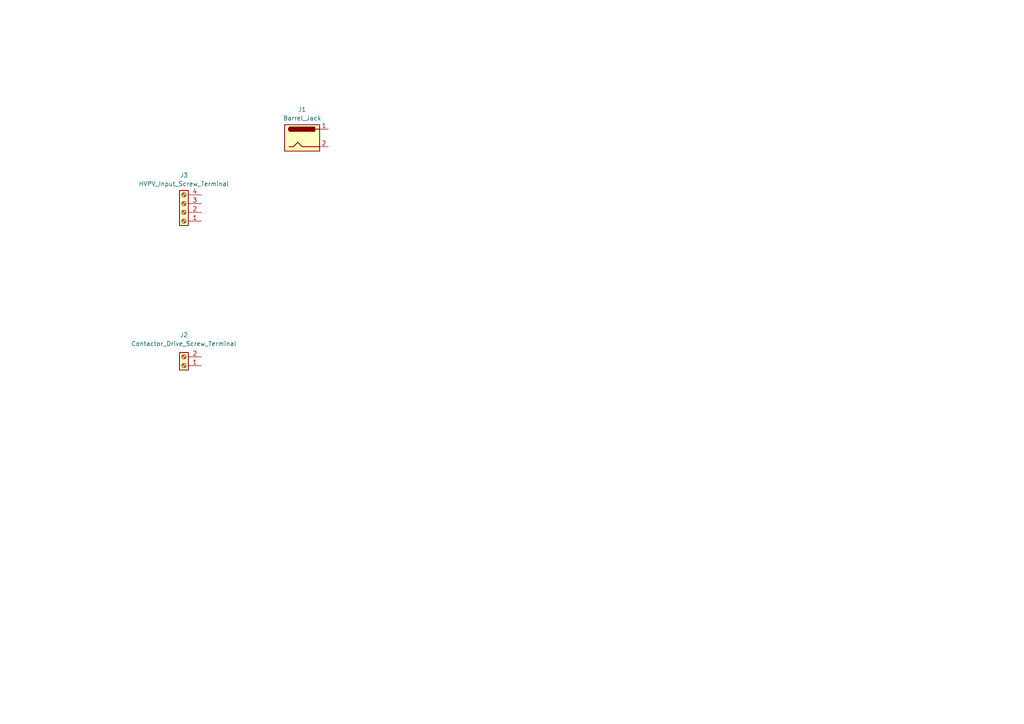
<source format=kicad_sch>
(kicad_sch (version 20230121) (generator eeschema)
  (paper "A4")
  (lib_symbols
    (symbol "Connector:Barrel_Jack" (pin_names (offset 1.016))
      (property "Reference" "J" (at 0 5.334 0))
      (property "Value" "Barrel_Jack" (at 0 -5.08 0))
      (symbol "Barrel_Jack_0_1"
        (rectangle (start -5.08 3.81) (end 5.08 -3.81) (stroke (width 0.254)) (fill (type background)))
        (arc (start -3.302 3.175) (mid -3.9343 2.54) (end -3.302 1.905) (stroke (width 0.254)))
        (arc (start -3.302 3.175) (mid -3.9343 2.54) (end -3.302 1.905) (stroke (width 0.254)) (fill (type outline)))
        (polyline (pts (xy 5.08 2.54) (xy 3.81 2.54)) (stroke (width 0.254)))
        (polyline (pts (xy -3.81 -2.54) (xy -2.54 -2.54) (xy -1.27 -1.27) (xy 0 -2.54) (xy 2.54 -2.54) (xy 5.08 -2.54)) (stroke (width 0.254)))
        (rectangle (start 3.683 3.175) (end -3.302 1.905) (stroke (width 0.254)) (fill (type outline)))
      )
      (symbol "Barrel_Jack_1_1"
        (pin passive line (at 7.62 2.54 180) (length 2.54) (name "~") (number "1"))
        (pin passive line (at 7.62 -2.54 180) (length 2.54) (name "~") (number "2"))
      )
    )
    (symbol "Connector:Screw_Terminal_01x02" (pin_names (offset 1.016) hide)
      (property "Reference" "J" (at 0 2.54 0))
      (property "Value" "Screw_Terminal_01x02" (at 0 -5.08 0))
      (symbol "Screw_Terminal_01x02_1_1"
        (rectangle (start -1.27 1.27) (end 1.27 -3.81) (stroke (width 0.254)) (fill (type background)))
        (circle (center 0 -2.54) (radius 0.635) (stroke (width 0.1524)))
        (polyline (pts (xy -0.5334 -2.2098) (xy 0.3302 -3.048)) (stroke (width 0.1524)))
        (polyline (pts (xy -0.5334 0.3302) (xy 0.3302 -0.508)) (stroke (width 0.1524)))
        (polyline (pts (xy -0.3556 -2.032) (xy 0.508 -2.8702)) (stroke (width 0.1524)))
        (polyline (pts (xy -0.3556 0.508) (xy 0.508 -0.3302)) (stroke (width 0.1524)))
        (circle (center 0 0) (radius 0.635) (stroke (width 0.1524)))
        (pin passive line (at -5.08 0 0) (length 3.81) (name "Pin_1") (number "1"))
        (pin passive line (at -5.08 -2.54 0) (length 3.81) (name "Pin_2") (number "2"))
      )
    )
    (symbol "Connector:Screw_Terminal_01x04" (pin_names (offset 1.016) hide)
      (property "Reference" "J" (at 0 5.08 0))
      (property "Value" "Screw_Terminal_01x04" (at 0 -7.62 0))
      (symbol "Screw_Terminal_01x04_1_1"
        (rectangle (start -1.27 3.81) (end 1.27 -6.35) (stroke (width 0.254)) (fill (type background)))
        (circle (center 0 -5.08) (radius 0.635) (stroke (width 0.1524)))
        (circle (center 0 -2.54) (radius 0.635) (stroke (width 0.1524)))
        (polyline (pts (xy -0.5334 -4.7498) (xy 0.3302 -5.588)) (stroke (width 0.1524)))
        (polyline (pts (xy -0.5334 -2.2098) (xy 0.3302 -3.048)) (stroke (width 0.1524)))
        (polyline (pts (xy -0.5334 0.3302) (xy 0.3302 -0.508)) (stroke (width 0.1524)))
        (polyline (pts (xy -0.5334 2.8702) (xy 0.3302 2.032)) (stroke (width 0.1524)))
        (polyline (pts (xy -0.3556 -4.572) (xy 0.508 -5.4102)) (stroke (width 0.1524)))
        (polyline (pts (xy -0.3556 -2.032) (xy 0.508 -2.8702)) (stroke (width 0.1524)))
        (polyline (pts (xy -0.3556 0.508) (xy 0.508 -0.3302)) (stroke (width 0.1524)))
        (polyline (pts (xy -0.3556 3.048) (xy 0.508 2.2098)) (stroke (width 0.1524)))
        (circle (center 0 0) (radius 0.635) (stroke (width 0.1524)))
        (circle (center 0 2.54) (radius 0.635) (stroke (width 0.1524)))
        (pin passive line (at -5.08 2.54 0) (length 3.81) (name "Pin_1") (number "1"))
        (pin passive line (at -5.08 0 0) (length 3.81) (name "Pin_2") (number "2"))
        (pin passive line (at -5.08 -2.54 0) (length 3.81) (name "Pin_3") (number "3"))
        (pin passive line (at -5.08 -5.08 0) (length 3.81) (name "Pin_4") (number "4"))
      )
    )
  )
  (symbol (lib_id "Connector:Barrel_Jack") (at 87.63 40.005 0) (unit 1)
    (property "Reference" "J1" (at 87.63 31.75 0))
    (property "Value" "Barrel_Jack" (at 87.63 34.29 0))
  )
  (symbol (lib_id "Connector:Screw_Terminal_01x02") (at 53.34 106.045 180) (unit 1)
    (property "Reference" "J2" (at 53.34 97.155 0))
    (property "Value" "Contactor_Drive_Screw_Terminal" (at 53.34 99.695 0))
  )
  (symbol (lib_id "Connector:Screw_Terminal_01x04") (at 53.34 61.595 180) (unit 1)
    (property "Reference" "J3" (at 53.34 50.8 0))
    (property "Value" "HVPV_Input_Screw_Terminal" (at 53.34 53.34 0))
  )
)
</source>
